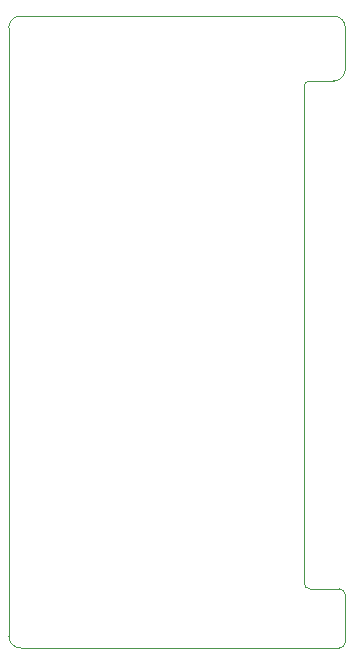
<source format=gbr>
%TF.GenerationSoftware,KiCad,Pcbnew,9.0.1*%
%TF.CreationDate,2025-05-11T23:30:37+05:30*%
%TF.ProjectId,Breadboard Power Supply,42726561-6462-46f6-9172-6420506f7765,1*%
%TF.SameCoordinates,Original*%
%TF.FileFunction,Profile,NP*%
%FSLAX46Y46*%
G04 Gerber Fmt 4.6, Leading zero omitted, Abs format (unit mm)*
G04 Created by KiCad (PCBNEW 9.0.1) date 2025-05-11 23:30:37*
%MOMM*%
%LPD*%
G01*
G04 APERTURE LIST*
%TA.AperFunction,Profile*%
%ADD10C,0.050000*%
%TD*%
G04 APERTURE END LIST*
D10*
X142000000Y-113000000D02*
G75*
G02*
X141500000Y-112500000I0J500000D01*
G01*
X145000000Y-117500000D02*
G75*
G02*
X144500000Y-118000000I-500000J0D01*
G01*
X144500000Y-113000000D02*
G75*
G02*
X145000000Y-113500000I0J-500000D01*
G01*
X141500000Y-70500000D02*
G75*
G02*
X142000000Y-70000000I500000J0D01*
G01*
X145000000Y-69000000D02*
G75*
G02*
X144000000Y-70000000I-1000000J0D01*
G01*
X144000000Y-64500000D02*
G75*
G02*
X145000000Y-65500000I0J-1000000D01*
G01*
X116500000Y-65500000D02*
G75*
G02*
X117500000Y-64500000I1000000J0D01*
G01*
X117500000Y-118000000D02*
G75*
G02*
X116500000Y-117000000I0J1000000D01*
G01*
X145000000Y-69000000D02*
X145000000Y-65500000D01*
X142000000Y-70000000D02*
X144000000Y-70000000D01*
X141500000Y-112500000D02*
X141500000Y-70500000D01*
X144500000Y-113000000D02*
X142000000Y-113000000D01*
X145000000Y-117500000D02*
X145000000Y-113500000D01*
X117500000Y-64500000D02*
X144000000Y-64500000D01*
X116500000Y-117000000D02*
X116500000Y-65500000D01*
X144500000Y-118000000D02*
X117500000Y-118000000D01*
M02*

</source>
